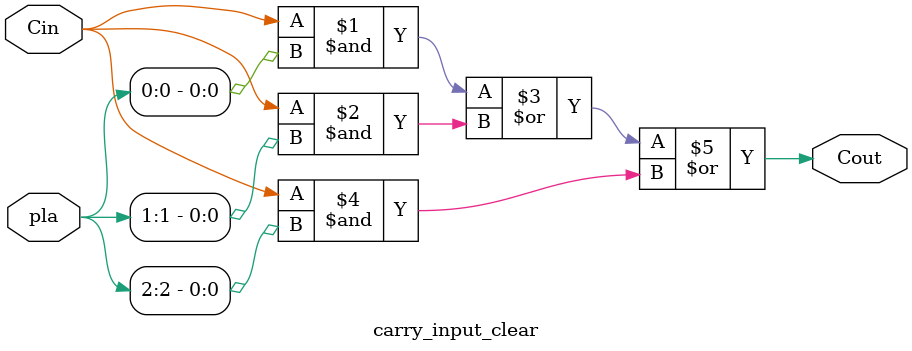
<source format=v>
module carry_input_clear(
	input Cin,
	input [2:0]pla,
	output reg Cout
	);

assign Cout = Cin & pla[0] | Cin & pla[1] | Cin & pla[2];

endmodule
</source>
